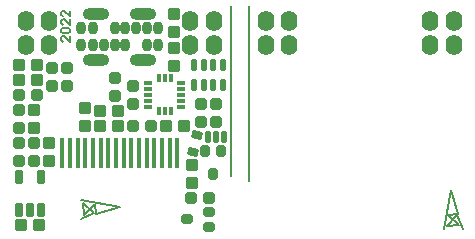
<source format=gts>
G04*
G04 #@! TF.GenerationSoftware,Altium Limited,Altium Designer,19.1.5 (86)*
G04*
G04 Layer_Color=8388736*
%FSLAX25Y25*%
%MOIN*%
G70*
G01*
G75*
%ADD11C,0.00500*%
%ADD16C,0.00800*%
%ADD31C,0.00600*%
%ADD32C,0.00598*%
%ADD33R,0.01660X0.10400*%
G04:AMPARAMS|DCode=34|XSize=39mil|YSize=39mil|CornerRadius=5.5mil|HoleSize=0mil|Usage=FLASHONLY|Rotation=90.000|XOffset=0mil|YOffset=0mil|HoleType=Round|Shape=RoundedRectangle|*
%AMROUNDEDRECTD34*
21,1,0.03900,0.02800,0,0,90.0*
21,1,0.02800,0.03900,0,0,90.0*
1,1,0.01100,0.01400,0.01400*
1,1,0.01100,0.01400,-0.01400*
1,1,0.01100,-0.01400,-0.01400*
1,1,0.01100,-0.01400,0.01400*
%
%ADD34ROUNDEDRECTD34*%
G04:AMPARAMS|DCode=35|XSize=35.5mil|YSize=27.62mil|CornerRadius=4.95mil|HoleSize=0mil|Usage=FLASHONLY|Rotation=165.000|XOffset=0mil|YOffset=0mil|HoleType=Round|Shape=RoundedRectangle|*
%AMROUNDEDRECTD35*
21,1,0.03550,0.01772,0,0,165.0*
21,1,0.02559,0.02762,0,0,165.0*
1,1,0.00991,-0.01007,0.01187*
1,1,0.00991,0.01465,0.00525*
1,1,0.00991,0.01007,-0.01187*
1,1,0.00991,-0.01465,-0.00525*
%
%ADD35ROUNDEDRECTD35*%
G04:AMPARAMS|DCode=36|XSize=20mil|YSize=39mil|CornerRadius=4.4mil|HoleSize=0mil|Usage=FLASHONLY|Rotation=180.000|XOffset=0mil|YOffset=0mil|HoleType=Round|Shape=RoundedRectangle|*
%AMROUNDEDRECTD36*
21,1,0.02000,0.03020,0,0,180.0*
21,1,0.01120,0.03900,0,0,180.0*
1,1,0.00880,-0.00560,0.01510*
1,1,0.00880,0.00560,0.01510*
1,1,0.00880,0.00560,-0.01510*
1,1,0.00880,-0.00560,-0.01510*
%
%ADD36ROUNDEDRECTD36*%
G04:AMPARAMS|DCode=37|XSize=39mil|YSize=39mil|CornerRadius=6.38mil|HoleSize=0mil|Usage=FLASHONLY|Rotation=90.000|XOffset=0mil|YOffset=0mil|HoleType=Round|Shape=RoundedRectangle|*
%AMROUNDEDRECTD37*
21,1,0.03900,0.02625,0,0,90.0*
21,1,0.02625,0.03900,0,0,90.0*
1,1,0.01275,0.01313,0.01313*
1,1,0.01275,0.01313,-0.01313*
1,1,0.01275,-0.01313,-0.01313*
1,1,0.01275,-0.01313,0.01313*
%
%ADD37ROUNDEDRECTD37*%
G04:AMPARAMS|DCode=38|XSize=39mil|YSize=39mil|CornerRadius=6.38mil|HoleSize=0mil|Usage=FLASHONLY|Rotation=0.000|XOffset=0mil|YOffset=0mil|HoleType=Round|Shape=RoundedRectangle|*
%AMROUNDEDRECTD38*
21,1,0.03900,0.02625,0,0,0.0*
21,1,0.02625,0.03900,0,0,0.0*
1,1,0.01275,0.01313,-0.01313*
1,1,0.01275,-0.01313,-0.01313*
1,1,0.01275,-0.01313,0.01313*
1,1,0.01275,0.01313,0.01313*
%
%ADD38ROUNDEDRECTD38*%
G04:AMPARAMS|DCode=39|XSize=31.56mil|YSize=39.43mil|CornerRadius=8.89mil|HoleSize=0mil|Usage=FLASHONLY|Rotation=270.000|XOffset=0mil|YOffset=0mil|HoleType=Round|Shape=RoundedRectangle|*
%AMROUNDEDRECTD39*
21,1,0.03156,0.02165,0,0,270.0*
21,1,0.01378,0.03943,0,0,270.0*
1,1,0.01778,-0.01083,-0.00689*
1,1,0.01778,-0.01083,0.00689*
1,1,0.01778,0.01083,0.00689*
1,1,0.01778,0.01083,-0.00689*
%
%ADD39ROUNDEDRECTD39*%
G04:AMPARAMS|DCode=40|XSize=31.56mil|YSize=39.43mil|CornerRadius=8.89mil|HoleSize=0mil|Usage=FLASHONLY|Rotation=0.000|XOffset=0mil|YOffset=0mil|HoleType=Round|Shape=RoundedRectangle|*
%AMROUNDEDRECTD40*
21,1,0.03156,0.02165,0,0,0.0*
21,1,0.01378,0.03943,0,0,0.0*
1,1,0.01778,0.00689,-0.01083*
1,1,0.01778,-0.00689,-0.01083*
1,1,0.01778,-0.00689,0.01083*
1,1,0.01778,0.00689,0.01083*
%
%ADD40ROUNDEDRECTD40*%
%ADD41R,0.03156X0.01502*%
%ADD42R,0.01502X0.03156*%
G04:AMPARAMS|DCode=43|XSize=39mil|YSize=39mil|CornerRadius=5.5mil|HoleSize=0mil|Usage=FLASHONLY|Rotation=180.000|XOffset=0mil|YOffset=0mil|HoleType=Round|Shape=RoundedRectangle|*
%AMROUNDEDRECTD43*
21,1,0.03900,0.02800,0,0,180.0*
21,1,0.02800,0.03900,0,0,180.0*
1,1,0.01100,-0.01400,0.01400*
1,1,0.01100,0.01400,0.01400*
1,1,0.01100,0.01400,-0.01400*
1,1,0.01100,-0.01400,-0.01400*
%
%ADD43ROUNDEDRECTD43*%
G04:AMPARAMS|DCode=44|XSize=21.72mil|YSize=39.43mil|CornerRadius=6.43mil|HoleSize=0mil|Usage=FLASHONLY|Rotation=180.000|XOffset=0mil|YOffset=0mil|HoleType=Round|Shape=RoundedRectangle|*
%AMROUNDEDRECTD44*
21,1,0.02172,0.02657,0,0,180.0*
21,1,0.00886,0.03943,0,0,180.0*
1,1,0.01286,-0.00443,0.01329*
1,1,0.01286,0.00443,0.01329*
1,1,0.01286,0.00443,-0.01329*
1,1,0.01286,-0.00443,-0.01329*
%
%ADD44ROUNDEDRECTD44*%
G04:AMPARAMS|DCode=45|XSize=27.62mil|YSize=47.31mil|CornerRadius=7.91mil|HoleSize=0mil|Usage=FLASHONLY|Rotation=180.000|XOffset=0mil|YOffset=0mil|HoleType=Round|Shape=RoundedRectangle|*
%AMROUNDEDRECTD45*
21,1,0.02762,0.03150,0,0,180.0*
21,1,0.01181,0.04731,0,0,180.0*
1,1,0.01581,-0.00591,0.01575*
1,1,0.01581,0.00591,0.01575*
1,1,0.01581,0.00591,-0.01575*
1,1,0.01581,-0.00591,-0.01575*
%
%ADD45ROUNDEDRECTD45*%
%ADD46O,0.05518X0.06935*%
%ADD47O,0.08865X0.03943*%
%ADD48O,0.03392X0.04337*%
D11*
X33300Y76116D02*
Y74250D01*
X31434Y76116D01*
X30968D01*
X30501Y75649D01*
Y74717D01*
X30968Y74250D01*
Y77049D02*
X30501Y77516D01*
Y78449D01*
X30968Y78915D01*
X32833D01*
X33300Y78449D01*
Y77516D01*
X32833Y77049D01*
X30968D01*
X33300Y81714D02*
Y79848D01*
X31434Y81714D01*
X30968D01*
X30501Y81248D01*
Y80315D01*
X30968Y79848D01*
X33300Y84513D02*
Y82647D01*
X31434Y84513D01*
X30968D01*
X30501Y84047D01*
Y83114D01*
X30968Y82647D01*
D16*
X157900Y11900D02*
X160400Y24900D01*
X159000Y12700D02*
X162500Y16300D01*
X159000Y12700D02*
X163000Y13000D01*
X159400Y16600D02*
X162700Y16900D01*
X159400Y16600D02*
X163000Y13000D01*
X160400Y24900D02*
X162700Y16900D01*
X162500Y16300D02*
X164400Y11900D01*
X36900Y21600D02*
X49900Y19100D01*
X37700Y20500D02*
X41300Y17000D01*
X37700Y20500D02*
X38000Y16500D01*
X41600Y20100D02*
X41900Y16800D01*
X38000Y16500D02*
X41600Y20100D01*
X41900Y16800D02*
X49900Y19100D01*
X36900Y15100D02*
X41300Y17000D01*
D31*
X86939Y29571D02*
Y85984D01*
D32*
X93061Y27724D02*
Y85984D01*
D33*
X58957Y36957D02*
D03*
X66634D02*
D03*
X33366D02*
D03*
X41043D02*
D03*
X69193D02*
D03*
X61516D02*
D03*
X64075D02*
D03*
X51279D02*
D03*
X53839D02*
D03*
X56398D02*
D03*
X43602D02*
D03*
X46161D02*
D03*
X48720D02*
D03*
X35925D02*
D03*
X38484D02*
D03*
X30807D02*
D03*
D34*
X68000Y77500D02*
D03*
Y83500D02*
D03*
X21500Y45500D02*
D03*
Y51500D02*
D03*
X26500Y40500D02*
D03*
Y34500D02*
D03*
X38500Y46000D02*
D03*
Y52000D02*
D03*
X67960Y66267D02*
D03*
Y72267D02*
D03*
X74000Y27000D02*
D03*
Y33000D02*
D03*
D35*
X74236Y37448D02*
D03*
X75764Y43152D02*
D03*
D36*
X82000Y42500D02*
D03*
X84600D02*
D03*
X79400D02*
D03*
D37*
X16500Y51500D02*
D03*
Y45500D02*
D03*
X21500Y34500D02*
D03*
Y40500D02*
D03*
X27500Y65500D02*
D03*
Y59500D02*
D03*
X32500Y65500D02*
D03*
Y59500D02*
D03*
X77000Y47500D02*
D03*
Y53500D02*
D03*
X82000Y47500D02*
D03*
Y53500D02*
D03*
X48500Y62000D02*
D03*
Y56000D02*
D03*
X54500Y53500D02*
D03*
Y59500D02*
D03*
X16500Y34500D02*
D03*
Y40500D02*
D03*
D38*
X79750Y22000D02*
D03*
X73750D02*
D03*
X16500Y56500D02*
D03*
X22500D02*
D03*
X54500Y46000D02*
D03*
X60500D02*
D03*
D39*
X79740Y12441D02*
D03*
Y17559D02*
D03*
X72260Y15000D02*
D03*
D40*
X83559Y37740D02*
D03*
X78441D02*
D03*
X81000Y30260D02*
D03*
D41*
X59488Y60437D02*
D03*
Y58468D02*
D03*
Y56500D02*
D03*
Y54531D02*
D03*
Y52563D02*
D03*
X70512D02*
D03*
Y54531D02*
D03*
Y56500D02*
D03*
Y58468D02*
D03*
Y60437D02*
D03*
D42*
X63032Y50988D02*
D03*
X65000D02*
D03*
X66969D02*
D03*
Y62012D02*
D03*
X65000D02*
D03*
X63032D02*
D03*
D43*
X49500Y46000D02*
D03*
X43500D02*
D03*
X65500D02*
D03*
X71500D02*
D03*
X43500Y51000D02*
D03*
X49500D02*
D03*
X16500Y66500D02*
D03*
X22500D02*
D03*
X16500Y61500D02*
D03*
X22500D02*
D03*
X23000Y13000D02*
D03*
X17000D02*
D03*
D44*
X81075Y59654D02*
D03*
X84224D02*
D03*
X74776D02*
D03*
X77925D02*
D03*
Y66347D02*
D03*
X74776D02*
D03*
X84224D02*
D03*
X81075D02*
D03*
D45*
X16260Y29212D02*
D03*
X23740D02*
D03*
Y18188D02*
D03*
X20000D02*
D03*
X16260D02*
D03*
D46*
X98581Y81062D02*
D03*
X106455D02*
D03*
Y73188D02*
D03*
X98581D02*
D03*
X18583Y81063D02*
D03*
X26457D02*
D03*
Y73189D02*
D03*
X18583D02*
D03*
X153542Y73188D02*
D03*
X161416D02*
D03*
Y81062D02*
D03*
X153542D02*
D03*
X81417Y81063D02*
D03*
X73543D02*
D03*
Y73189D02*
D03*
X81417D02*
D03*
D47*
X57874Y68268D02*
D03*
X42126Y83465D02*
D03*
Y68268D02*
D03*
X57874Y83465D02*
D03*
D48*
X48228Y78622D02*
D03*
X40945D02*
D03*
X37205D02*
D03*
Y73110D02*
D03*
X40945D02*
D03*
X44685D02*
D03*
X48228D02*
D03*
X62795D02*
D03*
X59055D02*
D03*
X51772D02*
D03*
X62795Y78622D02*
D03*
X59055D02*
D03*
X55315D02*
D03*
X51772D02*
D03*
M02*

</source>
